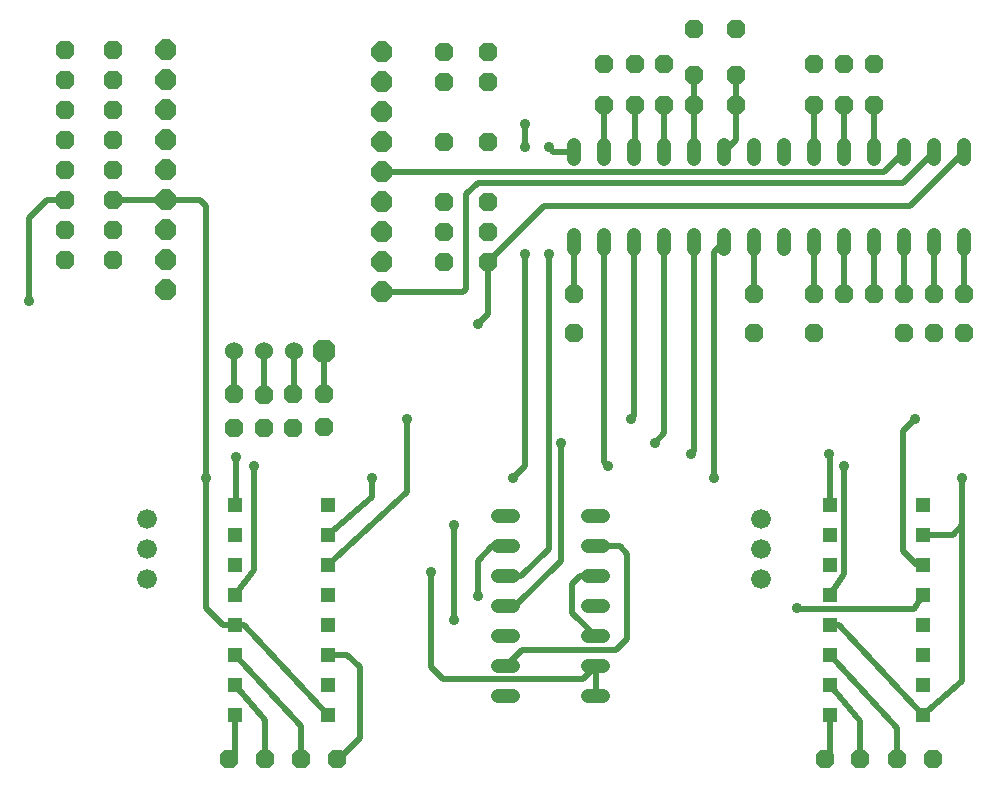
<source format=gbr>
G04 EAGLE Gerber RS-274X export*
G75*
%MOMM*%
%FSLAX34Y34*%
%LPD*%
%INBottom Copper*%
%IPPOS*%
%AMOC8*
5,1,8,0,0,1.08239X$1,22.5*%
G01*
%ADD10R,1.200000X1.200000*%
%ADD11P,1.732040X8X22.500000*%
%ADD12C,1.219200*%
%ADD13P,1.924489X8X22.500000*%
%ADD14C,1.524000*%
%ADD15P,2.089446X8X22.500000*%
%ADD16C,1.676400*%
%ADD17C,0.508000*%
%ADD18C,0.904800*%


D10*
X787800Y247500D03*
X787800Y222100D03*
X787800Y196700D03*
X787800Y171300D03*
X787800Y145900D03*
X787800Y120500D03*
X866700Y120500D03*
X866700Y145900D03*
X866700Y171300D03*
X866700Y196700D03*
X866700Y222100D03*
X866700Y247500D03*
X787800Y95100D03*
X866700Y95100D03*
X787800Y69700D03*
X866700Y69700D03*
X284400Y247500D03*
X284400Y222100D03*
X284400Y196700D03*
X284400Y171300D03*
X284400Y145900D03*
X284400Y120500D03*
X363300Y120500D03*
X363300Y145900D03*
X363300Y171300D03*
X363300Y196700D03*
X363300Y222100D03*
X363300Y247500D03*
X284400Y95100D03*
X363300Y95100D03*
X284400Y69700D03*
X363300Y69700D03*
D11*
X461134Y452897D03*
X498500Y452897D03*
D12*
X901700Y540004D02*
X901700Y552196D01*
X876300Y552196D02*
X876300Y540004D01*
X850900Y540004D02*
X850900Y552196D01*
X825500Y552196D02*
X825500Y540004D01*
X800100Y540004D02*
X800100Y552196D01*
X774700Y552196D02*
X774700Y540004D01*
X749300Y540004D02*
X749300Y552196D01*
X723900Y552196D02*
X723900Y540004D01*
X698500Y540004D02*
X698500Y552196D01*
X673100Y552196D02*
X673100Y540004D01*
X647700Y540004D02*
X647700Y552196D01*
X622300Y552196D02*
X622300Y540004D01*
X596900Y540004D02*
X596900Y552196D01*
X571500Y552196D02*
X571500Y540004D01*
X571500Y475996D02*
X571500Y463804D01*
X596900Y463804D02*
X596900Y475996D01*
X622300Y475996D02*
X622300Y463804D01*
X647700Y463804D02*
X647700Y475996D01*
X673100Y475996D02*
X673100Y463804D01*
X698500Y463804D02*
X698500Y475996D01*
X723900Y475996D02*
X723900Y463804D01*
X749300Y463804D02*
X749300Y475996D01*
X774700Y475996D02*
X774700Y463804D01*
X800100Y463804D02*
X800100Y475996D01*
X825500Y475996D02*
X825500Y463804D01*
X850900Y463804D02*
X850900Y475996D01*
X876300Y475996D02*
X876300Y463804D01*
X901700Y463804D02*
X901700Y475996D01*
X595696Y85100D02*
X583504Y85100D01*
X583504Y110500D02*
X595696Y110500D01*
X595696Y237500D02*
X583504Y237500D01*
X519496Y237500D02*
X507304Y237500D01*
X583504Y135900D02*
X595696Y135900D01*
X595696Y161300D02*
X583504Y161300D01*
X583504Y212100D02*
X595696Y212100D01*
X595696Y186700D02*
X583504Y186700D01*
X519496Y212100D02*
X507304Y212100D01*
X507304Y186700D02*
X519496Y186700D01*
X519496Y161300D02*
X507304Y161300D01*
X507304Y135900D02*
X519496Y135900D01*
X519496Y110500D02*
X507304Y110500D01*
X507304Y85100D02*
X519496Y85100D01*
D13*
X226200Y632300D03*
X226200Y606900D03*
X226200Y581500D03*
X226200Y556100D03*
X226200Y530700D03*
X226200Y505300D03*
X226200Y479900D03*
X226200Y454500D03*
X226200Y429100D03*
X408800Y630700D03*
X408800Y605300D03*
X408800Y579900D03*
X408800Y554500D03*
X408800Y529100D03*
X408800Y503700D03*
X408800Y478300D03*
X408800Y452900D03*
X408800Y427500D03*
D14*
X283400Y377200D03*
X308800Y377200D03*
X334200Y377200D03*
D15*
X359600Y377200D03*
D11*
X359283Y312800D03*
X708627Y611487D03*
X672897Y611081D03*
X672897Y586123D03*
X708627Y586123D03*
X140000Y556285D03*
X774827Y392800D03*
X140000Y480000D03*
X724027Y425534D03*
X800176Y425534D03*
X825734Y425534D03*
X850900Y425534D03*
X876478Y425534D03*
X901675Y425534D03*
X359283Y340665D03*
X333781Y340690D03*
X825551Y586123D03*
X800176Y586123D03*
X774522Y586123D03*
X647649Y586123D03*
X622605Y586123D03*
X597027Y586123D03*
X774827Y425534D03*
X571576Y425534D03*
X844700Y32038D03*
X813745Y32038D03*
X783824Y32038D03*
X875626Y32038D03*
X339900Y32038D03*
X309500Y32038D03*
X279294Y32038D03*
X370586Y32038D03*
X140000Y454616D03*
X140000Y530588D03*
X498500Y630555D03*
X498500Y605239D03*
X498500Y554482D03*
X498500Y503733D03*
X597027Y620400D03*
X622605Y620400D03*
X647649Y620400D03*
X672897Y650400D03*
X708627Y650400D03*
X774522Y620400D03*
X498500Y478257D03*
X308894Y340451D03*
X180823Y454769D03*
X461134Y503733D03*
X283300Y341200D03*
X180823Y556285D03*
X180823Y606966D03*
X180823Y581566D03*
X180823Y632289D03*
X461134Y630555D03*
X461134Y605239D03*
X461134Y554482D03*
X461134Y478257D03*
X800176Y620400D03*
X876478Y392800D03*
X283300Y312000D03*
X308894Y312000D03*
X333781Y312000D03*
X724027Y392800D03*
X571576Y392800D03*
X825551Y620400D03*
X140000Y581783D03*
X140000Y606596D03*
X850900Y392800D03*
X901675Y392800D03*
X140000Y505366D03*
X180823Y505366D03*
X180823Y480000D03*
X180823Y530588D03*
X140000Y632289D03*
D16*
X730000Y235400D03*
X730000Y210000D03*
X730000Y184600D03*
X210000Y235400D03*
X210000Y210000D03*
X210000Y184600D03*
D17*
X408800Y427500D02*
X477500Y427500D01*
X480000Y430000D01*
X480000Y510000D01*
X490000Y520000D01*
X850200Y520000D02*
X876300Y546100D01*
X850200Y520000D02*
X490000Y520000D01*
X833900Y529100D02*
X850900Y546100D01*
X833900Y529100D02*
X408800Y529100D01*
X723900Y425661D02*
X724027Y425534D01*
X723900Y425661D02*
X723900Y469900D01*
X774522Y546278D02*
X774522Y586123D01*
X774522Y546278D02*
X774700Y546100D01*
X787800Y69700D02*
X787800Y36734D01*
X787686Y35901D02*
X783824Y32038D01*
X787686Y35901D02*
X787800Y36734D01*
X813745Y64155D02*
X787800Y95100D01*
X813745Y64155D02*
X813745Y32038D01*
X844700Y58600D02*
X787800Y120500D01*
X844700Y58600D02*
X844700Y32038D01*
X339900Y32038D02*
X339900Y60000D01*
X284400Y120500D01*
X309500Y65000D02*
X309500Y32038D01*
X309500Y65000D02*
X284400Y95100D01*
X284400Y69700D02*
X284400Y37144D01*
X279294Y32038D01*
X363300Y120500D02*
X379500Y120500D01*
X390000Y110000D01*
X390000Y50000D01*
X372038Y32038D01*
X370586Y32038D01*
X513400Y161300D02*
X521300Y161300D01*
X560000Y200000D01*
X560000Y300000D01*
X647700Y307700D02*
X647700Y469900D01*
X647700Y307700D02*
X640000Y300000D01*
D18*
X560000Y300000D03*
X640000Y300000D03*
D17*
X800000Y188500D02*
X787800Y171300D01*
X800000Y188500D02*
X800000Y280000D01*
X300000Y191900D02*
X284400Y171300D01*
X300000Y191900D02*
X300000Y280000D01*
D18*
X300000Y280000D03*
X800000Y280000D03*
D17*
X596900Y283100D02*
X596900Y469900D01*
X596900Y283100D02*
X600000Y280000D01*
D18*
X600000Y280000D03*
D17*
X861700Y196700D02*
X866700Y196700D01*
X861700Y196700D02*
X850000Y208400D01*
X850000Y310000D01*
X860000Y320000D01*
X430000Y258400D02*
X363300Y196700D01*
X430000Y258400D02*
X430000Y320000D01*
D18*
X430000Y320000D03*
X860000Y320000D03*
D17*
X622300Y322300D02*
X622300Y469900D01*
X622300Y322300D02*
X620000Y320000D01*
D18*
X620000Y320000D03*
X490000Y170000D03*
D17*
X490000Y200000D01*
X502100Y212100D02*
X513400Y212100D01*
X502100Y212100D02*
X490000Y200000D01*
X859074Y158674D02*
X866700Y171300D01*
X859074Y158674D02*
X760125Y158674D01*
X760000Y158799D01*
X760000Y160000D01*
D18*
X760000Y160000D03*
D17*
X589600Y135900D02*
X570000Y155500D01*
X570000Y180000D01*
X576700Y186700D01*
X589600Y186700D01*
X527004Y124104D02*
X513400Y110500D01*
X607187Y124104D02*
X616382Y133299D01*
X616382Y206019D01*
X610301Y212100D02*
X589600Y212100D01*
X607187Y124104D02*
X527004Y124104D01*
X610301Y212100D02*
X616382Y206019D01*
D18*
X470000Y230000D03*
D17*
X470000Y150000D01*
D18*
X470000Y150000D03*
D17*
X285000Y248100D02*
X284400Y247500D01*
X285000Y248100D02*
X285000Y288000D01*
D18*
X285000Y288000D03*
X787000Y290000D03*
D17*
X787800Y289200D01*
X787800Y247500D01*
X673100Y293100D02*
X673100Y469900D01*
X673100Y293100D02*
X670000Y290000D01*
D18*
X670000Y290000D03*
D17*
X825551Y546151D02*
X825551Y586123D01*
X825551Y546151D02*
X825500Y546100D01*
X800100Y546100D02*
X800100Y586047D01*
X800176Y586123D01*
X647700Y586072D02*
X647700Y546100D01*
X647700Y586072D02*
X647649Y586123D01*
X622605Y586123D02*
X622605Y546405D01*
X622300Y546100D01*
X596900Y546100D02*
X596900Y585996D01*
X597027Y586123D01*
X825734Y469666D02*
X825734Y425534D01*
X825734Y469666D02*
X825500Y469900D01*
X850900Y469900D02*
X850900Y425534D01*
X876478Y425534D02*
X876478Y469722D01*
X876300Y469900D01*
X901700Y469900D02*
X901700Y425559D01*
X901675Y425534D01*
D18*
X450000Y190000D03*
D17*
X450000Y110000D01*
X460168Y99832D02*
X578932Y99832D01*
X589550Y110450D01*
X589600Y110500D01*
X460168Y99832D02*
X450000Y110000D01*
X526700Y186700D02*
X550000Y210000D01*
X526700Y186700D02*
X513400Y186700D01*
X589600Y110400D02*
X589600Y85100D01*
X589600Y110400D02*
X589550Y110450D01*
X553900Y546100D02*
X550000Y550000D01*
D18*
X550000Y550000D03*
X550000Y460000D03*
D17*
X550000Y210000D01*
X553900Y546100D02*
X571500Y546100D01*
X571500Y425610D02*
X571576Y425534D01*
X571500Y425610D02*
X571500Y469900D01*
X800100Y469900D02*
X800100Y425610D01*
X800176Y425534D01*
X698500Y546100D02*
X708627Y556227D01*
X708627Y586123D01*
X708627Y611487D01*
X673100Y585920D02*
X673100Y546100D01*
X673100Y585920D02*
X672897Y586123D01*
X672897Y611081D01*
X359600Y377200D02*
X359600Y340982D01*
X359283Y340665D01*
X334200Y341109D02*
X334200Y377200D01*
X334200Y341109D02*
X333781Y340690D01*
X308800Y340545D02*
X308800Y377200D01*
X308800Y340545D02*
X308894Y340451D01*
X855600Y500000D02*
X901700Y546100D01*
X545603Y500000D02*
X498500Y452897D01*
X545603Y500000D02*
X855600Y500000D01*
X498500Y452897D02*
X498500Y408500D01*
X490000Y400000D01*
D18*
X490000Y400000D03*
X110000Y420000D03*
D17*
X110000Y490000D01*
X125366Y505366D02*
X140000Y505366D01*
X125366Y505366D02*
X110000Y490000D01*
X180888Y505300D02*
X226200Y505300D01*
X180888Y505300D02*
X180823Y505366D01*
X226200Y505300D02*
X254700Y505300D01*
X260000Y500000D01*
X284400Y145900D02*
X292100Y145900D01*
X363300Y69700D01*
X260000Y270000D02*
X260000Y500000D01*
X260000Y270000D02*
X260000Y160000D01*
X274100Y145900D02*
X284400Y145900D01*
X274100Y145900D02*
X260000Y160000D01*
D18*
X260000Y270000D03*
X900000Y270000D03*
X690000Y270000D03*
D17*
X690000Y461400D02*
X698500Y469900D01*
X690000Y461400D02*
X690000Y270000D01*
X900000Y270000D02*
X900000Y230000D01*
X892100Y222100D01*
X866700Y222100D01*
D18*
X400000Y270000D03*
D17*
X400000Y253800D01*
X363300Y222100D01*
X787800Y145900D02*
X795500Y145900D01*
X866700Y69700D01*
X900000Y98000D02*
X900000Y230000D01*
X900000Y98000D02*
X866700Y69700D01*
D18*
X530000Y570000D03*
D17*
X530000Y550000D01*
D18*
X530000Y550000D03*
X530000Y460000D03*
D17*
X530000Y280000D01*
X520000Y270000D01*
D18*
X520000Y270000D03*
D17*
X283400Y341300D02*
X283400Y377200D01*
X283400Y341300D02*
X283300Y341200D01*
X774700Y425661D02*
X774827Y425534D01*
X774700Y425661D02*
X774700Y469900D01*
M02*

</source>
